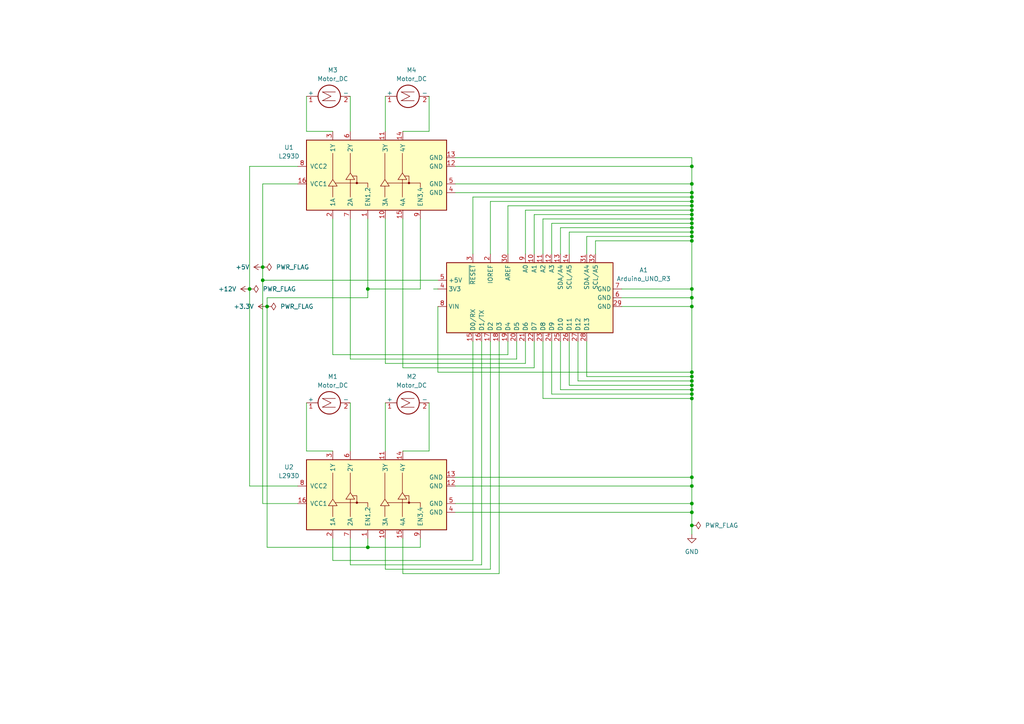
<source format=kicad_sch>
(kicad_sch (version 20230121) (generator eeschema)
  (paper "A4")
  (title_block (title "Spring 2023 Circuit") (date "2023-09-23"))
  (lib_symbols
    (symbol "+12V_1" (power) (pin_names (offset 0))
      (property "Value" "+12V_1" (at 0 3.556 0))
      (symbol "+12V_1_0_1"
        (polyline (pts (xy -0.762 1.27) (xy 0 2.54)))
        (polyline (pts (xy 0 0) (xy 0 2.54)))
        (polyline (pts (xy 0 2.54) (xy 0.762 1.27)))
      )
      (symbol "+12V_1_1_1"
        (pin power_in line (at 0 0 90) (length 0) hide (name "+12V") (number "1"))
      )
    )
    (symbol "+5V_1" (power) (pin_names (offset 0))
      (property "Value" "+5V_1" (at 0 3.556 0))
      (symbol "+5V_1_0_1"
        (polyline (pts (xy -0.762 1.27) (xy 0 2.54)))
        (polyline (pts (xy 0 0) (xy 0 2.54)))
        (polyline (pts (xy 0 2.54) (xy 0.762 1.27)))
      )
      (symbol "+5V_1_1_1"
        (pin power_in line (at 0 0 90) (length 0) hide (name "+5V") (number "1"))
      )
    )
    (symbol "Driver_Motor:L293D" (pin_names (offset 1.016))
      (property "Reference" "U" (at -5.08 26.035 0))
      (property "Value" "L293D" (at -5.08 24.13 0))
      (symbol "L293D_0_1"
        (rectangle (start -10.16 22.86) (end 10.16 -17.78) (stroke (width 0.254)) (fill (type background)))
        (circle (center -2.286 -6.858) (radius 0.254) (fill (type outline)))
        (circle (center -2.286 8.255) (radius 0.254) (fill (type outline)))
        (polyline (pts (xy -6.35 -4.953) (xy -1.27 -4.953)))
        (polyline (pts (xy -6.35 0.127) (xy -3.175 0.127)))
        (polyline (pts (xy -6.35 10.16) (xy -1.27 10.16)))
        (polyline (pts (xy -6.35 15.24) (xy -3.175 15.24)))
        (polyline (pts (xy -1.27 0.127) (xy 6.35 0.127)))
        (polyline (pts (xy -1.27 15.24) (xy 6.35 15.24)))
        (polyline (pts (xy 0.635 -4.953) (xy 6.35 -4.953)))
        (polyline (pts (xy 0.635 10.16) (xy 6.35 10.16)))
        (polyline (pts (xy -2.286 -6.858) (xy -0.254 -6.858) (xy -0.254 -5.588)))
        (polyline (pts (xy -2.286 -0.635) (xy -2.286 -10.16) (xy -3.556 -10.16)))
        (polyline (pts (xy -2.286 8.255) (xy -0.254 8.255) (xy -0.254 9.525)))
        (polyline (pts (xy -2.286 14.478) (xy -2.286 5.08) (xy -3.556 5.08)))
        (polyline (pts (xy -3.175 1.397) (xy -3.175 -1.143) (xy -1.27 0.127) (xy -3.175 1.397)))
        (polyline (pts (xy -3.175 16.51) (xy -3.175 13.97) (xy -1.27 15.24) (xy -3.175 16.51)))
        (polyline (pts (xy -1.27 -3.683) (xy -1.27 -6.223) (xy 0.635 -4.953) (xy -1.27 -3.683)))
        (polyline (pts (xy -1.27 11.43) (xy -1.27 8.89) (xy 0.635 10.16) (xy -1.27 11.43)))
      )
      (symbol "L293D_1_1"
        (pin input line (at -12.7 5.08 0) (length 2.54) (name "EN1,2") (number "1"))
        (pin input line (at -12.7 0 0) (length 2.54) (name "3A") (number "10"))
        (pin output line (at 12.7 0 180) (length 2.54) (name "3Y") (number "11"))
        (pin power_in line (at 2.54 -20.32 90) (length 2.54) (name "GND") (number "12"))
        (pin power_in line (at 5.08 -20.32 90) (length 2.54) (name "GND") (number "13"))
        (pin output line (at 12.7 -5.08 180) (length 2.54) (name "4Y") (number "14"))
        (pin input line (at -12.7 -5.08 0) (length 2.54) (name "4A") (number "15"))
        (pin power_in line (at -2.54 25.4 270) (length 2.54) (name "VCC1") (number "16"))
        (pin input line (at -12.7 15.24 0) (length 2.54) (name "1A") (number "2"))
        (pin output line (at 12.7 15.24 180) (length 2.54) (name "1Y") (number "3"))
        (pin power_in line (at -5.08 -20.32 90) (length 2.54) (name "GND") (number "4"))
        (pin power_in line (at -2.54 -20.32 90) (length 2.54) (name "GND") (number "5"))
        (pin output line (at 12.7 10.16 180) (length 2.54) (name "2Y") (number "6"))
        (pin input line (at -12.7 10.16 0) (length 2.54) (name "2A") (number "7"))
        (pin power_in line (at 2.54 25.4 270) (length 2.54) (name "VCC2") (number "8"))
        (pin input line (at -12.7 -10.16 0) (length 2.54) (name "EN3,4") (number "9"))
      )
    )
    (symbol "MCU_Module:Arduino_UNO_R3"
      (property "Reference" "A" (at -10.16 23.495 0))
      (property "Value" "Arduino_UNO_R3" (at 5.08 -26.67 0))
      (symbol "Arduino_UNO_R3_0_1"
        (rectangle (start -10.16 22.86) (end 10.16 -25.4) (stroke (width 0.254)) (fill (type background)))
      )
      (symbol "Arduino_UNO_R3_1_1"
        (pin no_connect line (at -10.16 -20.32 0) (length 2.54) hide (name "NC") (number "1"))
        (pin bidirectional line (at 12.7 -2.54 180) (length 2.54) (name "A1") (number "10"))
        (pin bidirectional line (at 12.7 -5.08 180) (length 2.54) (name "A2") (number "11"))
        (pin bidirectional line (at 12.7 -7.62 180) (length 2.54) (name "A3") (number "12"))
        (pin bidirectional line (at 12.7 -10.16 180) (length 2.54) (name "SDA/A4") (number "13"))
        (pin bidirectional line (at 12.7 -12.7 180) (length 2.54) (name "SCL/A5") (number "14"))
        (pin bidirectional line (at -12.7 15.24 0) (length 2.54) (name "D0/RX") (number "15"))
        (pin bidirectional line (at -12.7 12.7 0) (length 2.54) (name "D1/TX") (number "16"))
        (pin bidirectional line (at -12.7 10.16 0) (length 2.54) (name "D2") (number "17"))
        (pin bidirectional line (at -12.7 7.62 0) (length 2.54) (name "D3") (number "18"))
        (pin bidirectional line (at -12.7 5.08 0) (length 2.54) (name "D4") (number "19"))
        (pin output line (at 12.7 10.16 180) (length 2.54) (name "IOREF") (number "2"))
        (pin bidirectional line (at -12.7 2.54 0) (length 2.54) (name "D5") (number "20"))
        (pin bidirectional line (at -12.7 0 0) (length 2.54) (name "D6") (number "21"))
        (pin bidirectional line (at -12.7 -2.54 0) (length 2.54) (name "D7") (number "22"))
        (pin bidirectional line (at -12.7 -5.08 0) (length 2.54) (name "D8") (number "23"))
        (pin bidirectional line (at -12.7 -7.62 0) (length 2.54) (name "D9") (number "24"))
        (pin bidirectional line (at -12.7 -10.16 0) (length 2.54) (name "D10") (number "25"))
        (pin bidirectional line (at -12.7 -12.7 0) (length 2.54) (name "D11") (number "26"))
        (pin bidirectional line (at -12.7 -15.24 0) (length 2.54) (name "D12") (number "27"))
        (pin bidirectional line (at -12.7 -17.78 0) (length 2.54) (name "D13") (number "28"))
        (pin power_in line (at -2.54 -27.94 90) (length 2.54) (name "GND") (number "29"))
        (pin input line (at 12.7 15.24 180) (length 2.54) (name "~{RESET}") (number "3"))
        (pin input line (at 12.7 5.08 180) (length 2.54) (name "AREF") (number "30"))
        (pin bidirectional line (at 12.7 -17.78 180) (length 2.54) (name "SDA/A4") (number "31"))
        (pin bidirectional line (at 12.7 -20.32 180) (length 2.54) (name "SCL/A5") (number "32"))
        (pin power_out line (at 2.54 25.4 270) (length 2.54) (name "3V3") (number "4"))
        (pin power_out line (at 5.08 25.4 270) (length 2.54) (name "+5V") (number "5"))
        (pin power_in line (at 0 -27.94 90) (length 2.54) (name "GND") (number "6"))
        (pin power_in line (at 2.54 -27.94 90) (length 2.54) (name "GND") (number "7"))
        (pin power_in line (at -2.54 25.4 270) (length 2.54) (name "VIN") (number "8"))
        (pin bidirectional line (at 12.7 0 180) (length 2.54) (name "A0") (number "9"))
      )
    )
    (symbol "Motor:Motor_DC" (pin_names (offset 0))
      (property "Reference" "M" (at 2.54 2.54 0))
      (property "Value" "Motor_DC" (at 2.54 -5.08 0))
      (symbol "Motor_DC_0_0"
        (polyline (pts (xy -1.27 -3.302) (xy -1.27 0.508) (xy 0 -2.032) (xy 1.27 0.508) (xy 1.27 -3.302)))
      )
      (symbol "Motor_DC_0_1"
        (circle (center 0 -1.524) (radius 3.2512) (stroke (width 0.254)))
        (polyline (pts (xy 0 -7.62) (xy 0 -7.112)))
        (polyline (pts (xy 0 -4.7752) (xy 0 -5.1816)))
        (polyline (pts (xy 0 1.7272) (xy 0 2.0828)))
        (polyline (pts (xy 0 2.032) (xy 0 2.54)))
      )
      (symbol "Motor_DC_1_1"
        (pin passive line (at 0 5.08 270) (length 2.54) (name "+") (number "1"))
        (pin passive line (at 0 -7.62 90) (length 2.54) (name "-") (number "2"))
      )
    )
    (symbol "power:+3.3V" (power) (pin_names (offset 0))
      (property "Value" "+3.3V" (at 0 3.556 0))
      (symbol "+3.3V_0_1"
        (polyline (pts (xy -0.762 1.27) (xy 0 2.54)))
        (polyline (pts (xy 0 0) (xy 0 2.54)))
        (polyline (pts (xy 0 2.54) (xy 0.762 1.27)))
      )
      (symbol "+3.3V_1_1"
        (pin power_in line (at 0 0 90) (length 0) hide (name "+3.3V") (number "1"))
      )
    )
    (symbol "power:GND" (power) (pin_names (offset 0))
      (property "Value" "GND" (at 0 -3.81 0))
      (symbol "GND_0_1"
        (polyline (pts (xy 0 0) (xy 0 -1.27) (xy 1.27 -1.27) (xy 0 -2.54) (xy -1.27 -1.27) (xy 0 -1.27)))
      )
      (symbol "GND_1_1"
        (pin power_in line (at 0 0 270) (length 0) hide (name "GND") (number "1"))
      )
    )
    (symbol "power:PWR_FLAG" (power) (pin_numbers hide) (pin_names (offset 0) hide)
      (property "Value" "PWR_FLAG" (at 0 3.81 0))
      (symbol "PWR_FLAG_0_0"
        (pin power_out line (at 0 0 90) (length 0) (name "pwr") (number "1"))
      )
      (symbol "PWR_FLAG_0_1"
        (polyline (pts (xy 0 0) (xy 0 1.27) (xy -1.016 1.905) (xy 0 2.54) (xy 1.016 1.905) (xy 0 1.27)))
      )
    )
  )
  (junction (at 200.66 88.9))
  (junction (at 200.66 113.03))
  (junction (at 77.47 88.9))
  (junction (at 200.66 57.15))
  (junction (at 76.2 77.47))
  (junction (at 200.66 68.58))
  (junction (at 200.66 146.05))
  (junction (at 200.66 83.82))
  (junction (at 200.66 148.59))
  (junction (at 200.66 62.23))
  (junction (at 200.66 55.88))
  (junction (at 200.66 63.5))
  (junction (at 106.68 83.82))
  (junction (at 200.66 114.3))
  (junction (at 200.66 66.04))
  (junction (at 200.66 111.76))
  (junction (at 106.68 158.75))
  (junction (at 200.66 152.4))
  (junction (at 200.66 138.43))
  (junction (at 200.66 86.36))
  (junction (at 200.66 59.69))
  (junction (at 200.66 69.85))
  (junction (at 76.2 81.28))
  (junction (at 200.66 110.49))
  (junction (at 200.66 107.95))
  (junction (at 200.66 58.42))
  (junction (at 200.66 60.96))
  (junction (at 200.66 115.57))
  (junction (at 200.66 67.31))
  (junction (at 72.39 83.82))
  (junction (at 200.66 64.77))
  (junction (at 200.66 109.22))
  (junction (at 200.66 140.97))
  (junction (at 200.66 48.26))
  (junction (at 200.66 53.34))
  (wire (pts (xy 111.76 27.94) (xy 111.76 38.1)))
  (wire (pts (xy 152.4 105.41) (xy 152.4 99.06)))
  (wire (pts (xy 200.66 55.88) (xy 200.66 57.15)))
  (wire (pts (xy 157.48 115.57) (xy 200.66 115.57)))
  (wire (pts (xy 144.78 99.06) (xy 144.78 166.37)))
  (wire (pts (xy 160.02 64.77) (xy 200.66 64.77)))
  (wire (pts (xy 139.7 99.06) (xy 139.7 163.83)))
  (wire (pts (xy 132.08 148.59) (xy 200.66 148.59)))
  (wire (pts (xy 200.66 140.97) (xy 200.66 146.05)))
  (wire (pts (xy 162.56 99.06) (xy 162.56 113.03)))
  (wire (pts (xy 200.66 111.76) (xy 200.66 113.03)))
  (wire (pts (xy 77.47 88.9) (xy 77.47 86.36)))
  (wire (pts (xy 154.94 62.23) (xy 200.66 62.23)))
  (wire (pts (xy 76.2 77.47) (xy 76.2 81.28)))
  (wire (pts (xy 127 107.95) (xy 200.66 107.95)))
  (wire (pts (xy 147.32 102.87) (xy 147.32 99.06)))
  (wire (pts (xy 165.1 111.76) (xy 200.66 111.76)))
  (wire (pts (xy 111.76 156.21) (xy 111.76 165.1)))
  (wire (pts (xy 200.66 152.4) (xy 200.66 154.94)))
  (wire (pts (xy 170.18 73.66) (xy 170.18 68.58)))
  (wire (pts (xy 180.34 88.9) (xy 200.66 88.9)))
  (wire (pts (xy 106.68 86.36) (xy 106.68 83.82)))
  (wire (pts (xy 111.76 116.84) (xy 111.76 130.81)))
  (wire (pts (xy 106.68 83.82) (xy 121.92 83.82)))
  (wire (pts (xy 121.92 63.5) (xy 121.92 83.82)))
  (wire (pts (xy 200.66 62.23) (xy 200.66 63.5)))
  (wire (pts (xy 76.2 81.28) (xy 127 81.28)))
  (wire (pts (xy 132.08 45.72) (xy 200.66 45.72)))
  (wire (pts (xy 116.84 166.37) (xy 144.78 166.37)))
  (wire (pts (xy 200.66 146.05) (xy 200.66 148.59)))
  (wire (pts (xy 116.84 106.68) (xy 154.94 106.68)))
  (wire (pts (xy 200.66 109.22) (xy 200.66 110.49)))
  (wire (pts (xy 88.9 116.84) (xy 88.9 130.81)))
  (wire (pts (xy 127 88.9) (xy 127 107.95)))
  (wire (pts (xy 132.08 53.34) (xy 200.66 53.34)))
  (wire (pts (xy 152.4 73.66) (xy 152.4 60.96)))
  (wire (pts (xy 96.52 102.87) (xy 147.32 102.87)))
  (wire (pts (xy 154.94 106.68) (xy 154.94 99.06)))
  (wire (pts (xy 200.66 57.15) (xy 200.66 58.42)))
  (wire (pts (xy 147.32 59.69) (xy 200.66 59.69)))
  (wire (pts (xy 101.6 163.83) (xy 139.7 163.83)))
  (wire (pts (xy 200.66 107.95) (xy 200.66 109.22)))
  (wire (pts (xy 106.68 63.5) (xy 106.68 83.82)))
  (wire (pts (xy 162.56 66.04) (xy 200.66 66.04)))
  (wire (pts (xy 160.02 114.3) (xy 200.66 114.3)))
  (wire (pts (xy 200.66 63.5) (xy 200.66 64.77)))
  (wire (pts (xy 147.32 73.66) (xy 147.32 59.69)))
  (wire (pts (xy 124.46 116.84) (xy 124.46 130.81)))
  (wire (pts (xy 152.4 60.96) (xy 200.66 60.96)))
  (wire (pts (xy 200.66 53.34) (xy 200.66 55.88)))
  (wire (pts (xy 106.68 158.75) (xy 121.92 158.75)))
  (wire (pts (xy 200.66 88.9) (xy 200.66 107.95)))
  (wire (pts (xy 132.08 48.26) (xy 200.66 48.26)))
  (wire (pts (xy 77.47 88.9) (xy 77.47 158.75)))
  (wire (pts (xy 162.56 73.66) (xy 162.56 66.04)))
  (wire (pts (xy 200.66 114.3) (xy 200.66 115.57)))
  (wire (pts (xy 132.08 146.05) (xy 200.66 146.05)))
  (wire (pts (xy 172.72 69.85) (xy 200.66 69.85)))
  (wire (pts (xy 72.39 48.26) (xy 72.39 83.82)))
  (wire (pts (xy 111.76 63.5) (xy 111.76 105.41)))
  (wire (pts (xy 200.66 45.72) (xy 200.66 48.26)))
  (wire (pts (xy 72.39 140.97) (xy 86.36 140.97)))
  (wire (pts (xy 200.66 69.85) (xy 200.66 83.82)))
  (wire (pts (xy 167.64 110.49) (xy 200.66 110.49)))
  (wire (pts (xy 101.6 156.21) (xy 101.6 163.83)))
  (wire (pts (xy 72.39 83.82) (xy 72.39 140.97)))
  (wire (pts (xy 127 83.82) (xy 125.73 83.82)))
  (wire (pts (xy 77.47 86.36) (xy 106.68 86.36)))
  (wire (pts (xy 137.16 73.66) (xy 137.16 57.15)))
  (wire (pts (xy 200.66 59.69) (xy 200.66 60.96)))
  (wire (pts (xy 157.48 99.06) (xy 157.48 115.57)))
  (wire (pts (xy 167.64 99.06) (xy 167.64 110.49)))
  (wire (pts (xy 101.6 104.14) (xy 149.86 104.14)))
  (wire (pts (xy 96.52 156.21) (xy 96.52 162.56)))
  (wire (pts (xy 121.92 158.75) (xy 121.92 156.21)))
  (wire (pts (xy 116.84 38.1) (xy 124.46 38.1)))
  (wire (pts (xy 165.1 67.31) (xy 200.66 67.31)))
  (wire (pts (xy 170.18 68.58) (xy 200.66 68.58)))
  (wire (pts (xy 200.66 115.57) (xy 200.66 138.43)))
  (wire (pts (xy 137.16 57.15) (xy 200.66 57.15)))
  (wire (pts (xy 157.48 73.66) (xy 157.48 63.5)))
  (wire (pts (xy 132.08 55.88) (xy 200.66 55.88)))
  (wire (pts (xy 170.18 99.06) (xy 170.18 109.22)))
  (wire (pts (xy 101.6 63.5) (xy 101.6 104.14)))
  (wire (pts (xy 142.24 73.66) (xy 142.24 58.42)))
  (wire (pts (xy 88.9 38.1) (xy 88.9 27.94)))
  (wire (pts (xy 96.52 38.1) (xy 88.9 38.1)))
  (wire (pts (xy 149.86 104.14) (xy 149.86 99.06)))
  (wire (pts (xy 77.47 158.75) (xy 106.68 158.75)))
  (wire (pts (xy 76.2 53.34) (xy 86.36 53.34)))
  (wire (pts (xy 76.2 146.05) (xy 86.36 146.05)))
  (wire (pts (xy 142.24 99.06) (xy 142.24 165.1)))
  (wire (pts (xy 116.84 156.21) (xy 116.84 166.37)))
  (wire (pts (xy 96.52 63.5) (xy 96.52 102.87)))
  (wire (pts (xy 200.66 66.04) (xy 200.66 67.31)))
  (wire (pts (xy 111.76 105.41) (xy 152.4 105.41)))
  (wire (pts (xy 162.56 113.03) (xy 200.66 113.03)))
  (wire (pts (xy 200.66 58.42) (xy 200.66 59.69)))
  (wire (pts (xy 160.02 73.66) (xy 160.02 64.77)))
  (wire (pts (xy 88.9 130.81) (xy 96.52 130.81)))
  (wire (pts (xy 200.66 64.77) (xy 200.66 66.04)))
  (wire (pts (xy 200.66 68.58) (xy 200.66 69.85)))
  (wire (pts (xy 200.66 86.36) (xy 200.66 88.9)))
  (wire (pts (xy 180.34 83.82) (xy 200.66 83.82)))
  (wire (pts (xy 170.18 109.22) (xy 200.66 109.22)))
  (wire (pts (xy 200.66 138.43) (xy 200.66 140.97)))
  (wire (pts (xy 200.66 67.31) (xy 200.66 68.58)))
  (wire (pts (xy 76.2 53.34) (xy 76.2 77.47)))
  (wire (pts (xy 132.08 140.97) (xy 200.66 140.97)))
  (wire (pts (xy 101.6 116.84) (xy 101.6 130.81)))
  (wire (pts (xy 76.2 81.28) (xy 76.2 146.05)))
  (wire (pts (xy 180.34 86.36) (xy 200.66 86.36)))
  (wire (pts (xy 72.39 48.26) (xy 86.36 48.26)))
  (wire (pts (xy 124.46 130.81) (xy 116.84 130.81)))
  (wire (pts (xy 157.48 63.5) (xy 200.66 63.5)))
  (wire (pts (xy 101.6 27.94) (xy 101.6 38.1)))
  (wire (pts (xy 200.66 113.03) (xy 200.66 114.3)))
  (wire (pts (xy 200.66 48.26) (xy 200.66 53.34)))
  (wire (pts (xy 172.72 73.66) (xy 172.72 69.85)))
  (wire (pts (xy 142.24 58.42) (xy 200.66 58.42)))
  (wire (pts (xy 165.1 73.66) (xy 165.1 67.31)))
  (wire (pts (xy 200.66 148.59) (xy 200.66 152.4)))
  (wire (pts (xy 96.52 162.56) (xy 137.16 162.56)))
  (wire (pts (xy 200.66 60.96) (xy 200.66 62.23)))
  (wire (pts (xy 124.46 38.1) (xy 124.46 27.94)))
  (wire (pts (xy 106.68 158.75) (xy 106.68 156.21)))
  (wire (pts (xy 165.1 99.06) (xy 165.1 111.76)))
  (wire (pts (xy 200.66 110.49) (xy 200.66 111.76)))
  (wire (pts (xy 111.76 165.1) (xy 142.24 165.1)))
  (wire (pts (xy 137.16 99.06) (xy 137.16 162.56)))
  (wire (pts (xy 132.08 138.43) (xy 200.66 138.43)))
  (wire (pts (xy 200.66 83.82) (xy 200.66 86.36)))
  (wire (pts (xy 154.94 73.66) (xy 154.94 62.23)))
  (wire (pts (xy 116.84 63.5) (xy 116.84 106.68)))
  (wire (pts (xy 160.02 99.06) (xy 160.02 114.3)))
  (symbol (lib_id "Motor:Motor_DC") (at 93.98 116.84 90) (unit 1)
    (property "Reference" "M1" (at 96.52 109.22 90))
    (property "Value" "Motor_DC" (at 96.52 111.76 90))
  )
  (symbol (lib_id "power:PWR_FLAG") (at 72.39 83.82 270) (unit 1)
    (property "Reference" "#FLG01" (effects hide))
    (property "Value" "PWR_FLAG" (at 76.2 83.82 90) (effects (justify left)))
  )
  (symbol (lib_id "Motor:Motor_DC") (at 116.84 27.94 90) (unit 1)
    (property "Reference" "M4" (at 119.38 20.32 90))
    (property "Value" "Motor_DC" (at 119.38 22.86 90))
  )
  (symbol (lib_id "power:PWR_FLAG") (at 200.66 152.4 270) (unit 1)
    (property "Reference" "#FLG03" (effects hide))
    (property "Value" "PWR_FLAG" (at 204.47 152.4 90) (effects (justify left)))
  )
  (symbol (lib_id "power:PWR_FLAG") (at 77.47 88.9 270) (unit 1)
    (property "Reference" "#FLG04" (effects hide))
    (property "Value" "PWR_FLAG" (at 81.28 88.9 90) (effects (justify left)))
  )
  (symbol (lib_id "Driver_Motor:L293D") (at 111.76 143.51 90) (unit 1)
    (property "Reference" "U2" (at 83.82 135.4739 90))
    (property "Value" "L293D" (at 83.82 138.0139 90))
    (property "Footprint" "Package_DIP:DIP-16_W7.62mm" (effects hide))
    (property "Datasheet" "http://www.ti.com/lit/ds/symlink/l293.pdf" (effects hide))
  )
  (symbol (lib_id "power:GND") (at 200.66 154.94 0) (unit 1)
    (property "Reference" "#PWR03" (effects hide))
    (property "Value" "GND" (at 200.66 160.02 0))
  )
  (symbol (lib_id "power:+3.3V") (at 77.47 88.9 90) (unit 1)
    (property "Reference" "#PWR04" (effects hide))
    (property "Value" "+3.3V" (at 73.66 88.9 90) (effects (justify left)))
  )
  (symbol (lib_id "Driver_Motor:L293D") (at 111.76 50.8 90) (unit 1)
    (property "Reference" "U1" (at 83.82 42.7639 90))
    (property "Value" "L293D" (at 83.82 45.3039 90))
    (property "Footprint" "Package_DIP:DIP-16_W7.62mm" (effects hide))
    (property "Datasheet" "http://www.ti.com/lit/ds/symlink/l293.pdf" (effects hide))
  )
  (symbol (lib_id "MCU_Module:Arduino_UNO_R3") (at 152.4 86.36 90) (unit 1)
    (property "Reference" "A1" (at 186.69 78.3239 90))
    (property "Value" "Arduino_UNO_R3" (at 186.69 80.8639 90))
    (property "Footprint" "Module:Arduino_UNO_R3" (effects hide))
    (property "Datasheet" "https://www.arduino.cc/en/Main/arduinoBoardUno" (effects hide))
  )
  (symbol (lib_id "Motor:Motor_DC") (at 116.84 116.84 90) (unit 1)
    (property "Reference" "M2" (at 119.38 109.22 90))
    (property "Value" "Motor_DC" (at 119.38 111.76 90))
  )
  (symbol (lib_name "+5V_1") (lib_id "power:+5V") (at 76.2 77.47 90) (unit 1)
    (property "Reference" "#PWR01" (effects hide))
    (property "Value" "+5V" (at 72.39 77.47 90) (effects (justify left)))
  )
  (symbol (lib_id "Motor:Motor_DC") (at 93.98 27.94 90) (unit 1)
    (property "Reference" "M3" (at 96.52 20.32 90))
    (property "Value" "Motor_DC" (at 96.52 22.86 90))
  )
  (symbol (lib_id "power:PWR_FLAG") (at 76.2 77.47 270) (unit 1)
    (property "Reference" "#FLG02" (effects hide))
    (property "Value" "PWR_FLAG" (at 80.01 77.47 90) (effects (justify left)))
  )
  (symbol (lib_name "+12V_1") (lib_id "power:+12V") (at 72.39 83.82 90) (unit 1)
    (property "Reference" "#PWR02" (effects hide))
    (property "Value" "+12V" (at 68.58 83.82 90) (effects (justify left)))
  )
)
</source>
